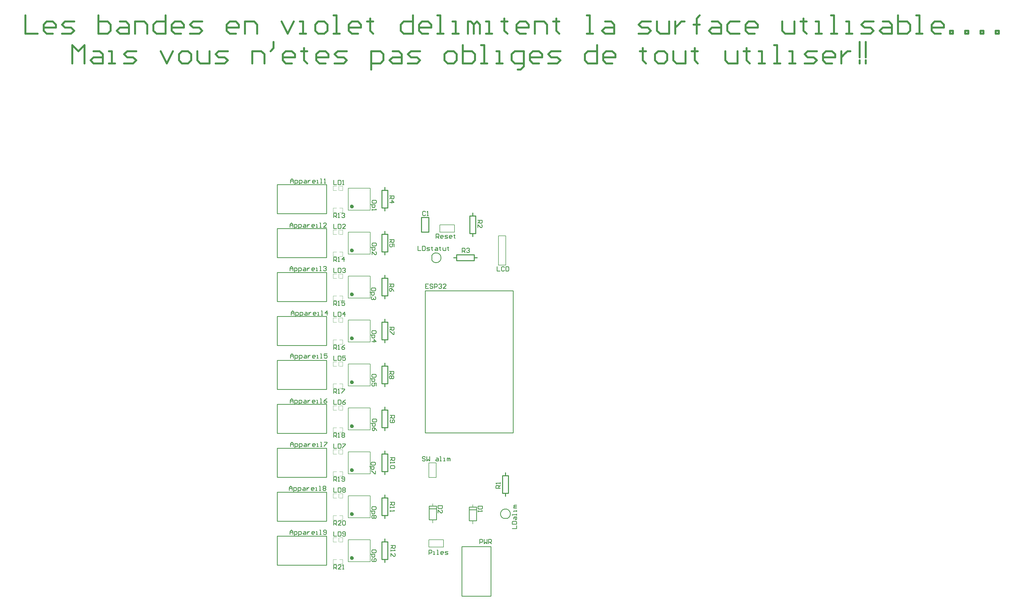
<source format=gto>
G04 Layer_Color=65535*
%FSLAX24Y24*%
%MOIN*%
G70*
G01*
G75*
%ADD26C,0.0354*%
%ADD27C,0.0100*%
%ADD28C,0.0079*%
%ADD29C,0.0120*%
%ADD30C,0.0020*%
%ADD31C,0.0020*%
%ADD32C,0.0098*%
%ADD33C,0.0050*%
%ADD34C,0.0250*%
G54D26*
X-7179Y-25669D02*
G03*
X-7179Y-25669I-79J0D01*
G01*
Y4331D02*
G03*
X-7179Y4331I-79J0D01*
G01*
Y-19669D02*
G03*
X-7179Y-19669I-79J0D01*
G01*
Y10331D02*
G03*
X-7179Y10331I-79J0D01*
G01*
Y-13669D02*
G03*
X-7179Y-13669I-79J0D01*
G01*
Y16331D02*
G03*
X-7179Y16331I-79J0D01*
G01*
Y-7669D02*
G03*
X-7179Y-7669I-79J0D01*
G01*
Y-1669D02*
G03*
X-7179Y-1669I-79J0D01*
G01*
Y22331D02*
G03*
X-7179Y22331I-79J0D01*
G01*
G54D27*
X3667Y14986D02*
G03*
X3642Y15631I575J345D01*
G01*
X14046Y-20217D02*
G03*
X13401Y-20242I-345J575D01*
G01*
X3280Y-18574D02*
X3780D01*
X3280Y-20424D02*
X4280D01*
X3280D02*
Y-18574D01*
X3780D02*
X4280D01*
Y-20424D02*
Y-18574D01*
X3280Y-18924D02*
X4280D01*
X3642Y15010D02*
Y15631D01*
Y15010D02*
Y15631D01*
Y15010D02*
Y15631D01*
Y15010D02*
Y15631D01*
X13401Y-20242D02*
X14021D01*
X13401D02*
X14021D01*
X13401D02*
X14021D01*
X13401D02*
X14021D01*
X8740Y-18719D02*
X9240D01*
X8740Y-20569D02*
X9740D01*
X8740D02*
Y-18719D01*
X9240D02*
X9740D01*
Y-20569D02*
Y-18719D01*
X8740Y-19069D02*
X9740D01*
X11711Y-30866D02*
Y-24119D01*
X7742Y-30866D02*
X11711D01*
X7742D02*
Y-24119D01*
X11711D01*
X-17455Y15362D02*
X-10708D01*
X-17455D02*
Y19331D01*
X-10708D01*
Y15362D02*
Y19331D01*
X-17455Y9362D02*
X-10708D01*
X-17455D02*
Y13331D01*
X-10708D01*
Y9362D02*
Y13331D01*
X-17455Y3362D02*
X-10708D01*
X-17455D02*
Y7331D01*
X-10708D01*
Y3362D02*
Y7331D01*
X-17455Y-2638D02*
X-10708D01*
X-17455D02*
Y1331D01*
X-10708D01*
Y-2638D02*
Y1331D01*
X-17455Y-8638D02*
X-10708D01*
X-17455D02*
Y-4669D01*
X-10708D01*
Y-8638D02*
Y-4669D01*
X-17455Y-14638D02*
X-10708D01*
X-17455D02*
Y-10669D01*
X-10708D01*
Y-14638D02*
Y-10669D01*
X-17455Y-20638D02*
X-10708D01*
X-17455D02*
Y-16669D01*
X-10708D01*
Y-20638D02*
Y-16669D01*
X-17455Y-26638D02*
X-10708D01*
X-17455D02*
Y-22669D01*
X-10708D01*
Y-26638D02*
Y-22669D01*
X-17455Y21362D02*
X-10708D01*
X-17455D02*
Y25331D01*
X-10708D01*
Y21362D02*
Y25331D01*
X2784Y21602D02*
X2684Y21702D01*
X2484D01*
X2384Y21602D01*
Y21202D01*
X2484Y21102D01*
X2684D01*
X2784Y21202D01*
X2984Y21102D02*
X3184D01*
X3084D01*
Y21702D01*
X2984Y21602D01*
X10541Y-18573D02*
X9941D01*
Y-18873D01*
X10041Y-18973D01*
X10441D01*
X10541Y-18873D01*
Y-18573D01*
X9941Y-19173D02*
Y-19373D01*
Y-19273D01*
X10541D01*
X10441Y-19173D01*
X5078Y-18516D02*
X4478D01*
Y-18816D01*
X4578Y-18916D01*
X4978D01*
X5078Y-18816D01*
Y-18516D01*
X4478Y-19515D02*
Y-19116D01*
X4878Y-19515D01*
X4978D01*
X5078Y-19415D01*
Y-19216D01*
X4978Y-19116D01*
X3197Y11776D02*
X2797D01*
Y11176D01*
X3197D01*
X2797Y11476D02*
X2997D01*
X3797Y11676D02*
X3697Y11776D01*
X3497D01*
X3397Y11676D01*
Y11576D01*
X3497Y11476D01*
X3697D01*
X3797Y11376D01*
Y11276D01*
X3697Y11176D01*
X3497D01*
X3397Y11276D01*
X3997Y11176D02*
Y11776D01*
X4297D01*
X4397Y11676D01*
Y11476D01*
X4297Y11376D01*
X3997D01*
X4597Y11676D02*
X4697Y11776D01*
X4896D01*
X4996Y11676D01*
Y11576D01*
X4896Y11476D01*
X4796D01*
X4896D01*
X4996Y11376D01*
Y11276D01*
X4896Y11176D01*
X4697D01*
X4597Y11276D01*
X5596Y11176D02*
X5196D01*
X5596Y11576D01*
Y11676D01*
X5496Y11776D01*
X5296D01*
X5196Y11676D01*
X12561Y14123D02*
Y13524D01*
X12961D01*
X13561Y14023D02*
X13461Y14123D01*
X13261D01*
X13161Y14023D01*
Y13624D01*
X13261Y13524D01*
X13461D01*
X13561Y13624D01*
X13761Y14123D02*
Y13524D01*
X14061D01*
X14161Y13624D01*
Y14023D01*
X14061Y14123D01*
X13761D01*
X-9758Y25931D02*
Y25331D01*
X-9358D01*
X-9158Y25931D02*
Y25331D01*
X-8858D01*
X-8758Y25431D01*
Y25831D01*
X-8858Y25931D01*
X-9158D01*
X-8558Y25331D02*
X-8358D01*
X-8458D01*
Y25931D01*
X-8558Y25831D01*
X-9758Y19931D02*
Y19331D01*
X-9358D01*
X-9158Y19931D02*
Y19331D01*
X-8858D01*
X-8758Y19431D01*
Y19831D01*
X-8858Y19931D01*
X-9158D01*
X-8158Y19331D02*
X-8558D01*
X-8158Y19731D01*
Y19831D01*
X-8258Y19931D01*
X-8458D01*
X-8558Y19831D01*
X-9758Y13931D02*
Y13331D01*
X-9358D01*
X-9158Y13931D02*
Y13331D01*
X-8858D01*
X-8758Y13431D01*
Y13831D01*
X-8858Y13931D01*
X-9158D01*
X-8558Y13831D02*
X-8458Y13931D01*
X-8258D01*
X-8158Y13831D01*
Y13731D01*
X-8258Y13631D01*
X-8358D01*
X-8258D01*
X-8158Y13531D01*
Y13431D01*
X-8258Y13331D01*
X-8458D01*
X-8558Y13431D01*
X-9758Y7931D02*
Y7331D01*
X-9358D01*
X-9158Y7931D02*
Y7331D01*
X-8858D01*
X-8758Y7431D01*
Y7831D01*
X-8858Y7931D01*
X-9158D01*
X-8258Y7331D02*
Y7931D01*
X-8558Y7631D01*
X-8158D01*
X-9758Y1931D02*
Y1331D01*
X-9358D01*
X-9158Y1931D02*
Y1331D01*
X-8858D01*
X-8758Y1431D01*
Y1831D01*
X-8858Y1931D01*
X-9158D01*
X-8158D02*
X-8558D01*
Y1631D01*
X-8358Y1731D01*
X-8258D01*
X-8158Y1631D01*
Y1431D01*
X-8258Y1331D01*
X-8458D01*
X-8558Y1431D01*
X-9758Y-4069D02*
Y-4669D01*
X-9358D01*
X-9158Y-4069D02*
Y-4669D01*
X-8858D01*
X-8758Y-4569D01*
Y-4169D01*
X-8858Y-4069D01*
X-9158D01*
X-8158D02*
X-8358Y-4169D01*
X-8558Y-4369D01*
Y-4569D01*
X-8458Y-4669D01*
X-8258D01*
X-8158Y-4569D01*
Y-4469D01*
X-8258Y-4369D01*
X-8558D01*
X-9758Y-10069D02*
Y-10669D01*
X-9358D01*
X-9158Y-10069D02*
Y-10669D01*
X-8858D01*
X-8758Y-10569D01*
Y-10169D01*
X-8858Y-10069D01*
X-9158D01*
X-8558D02*
X-8158D01*
Y-10169D01*
X-8558Y-10569D01*
Y-10669D01*
X-9758Y-16069D02*
Y-16669D01*
X-9358D01*
X-9158Y-16069D02*
Y-16669D01*
X-8858D01*
X-8758Y-16569D01*
Y-16169D01*
X-8858Y-16069D01*
X-9158D01*
X-8558Y-16169D02*
X-8458Y-16069D01*
X-8258D01*
X-8158Y-16169D01*
Y-16269D01*
X-8258Y-16369D01*
X-8158Y-16469D01*
Y-16569D01*
X-8258Y-16669D01*
X-8458D01*
X-8558Y-16569D01*
Y-16469D01*
X-8458Y-16369D01*
X-8558Y-16269D01*
Y-16169D01*
X-8458Y-16369D02*
X-8258D01*
X-9758Y-22069D02*
Y-22669D01*
X-9358D01*
X-9158Y-22069D02*
Y-22669D01*
X-8858D01*
X-8758Y-22569D01*
Y-22169D01*
X-8858Y-22069D01*
X-9158D01*
X-8558Y-22569D02*
X-8458Y-22669D01*
X-8258D01*
X-8158Y-22569D01*
Y-22169D01*
X-8258Y-22069D01*
X-8458D01*
X-8558Y-22169D01*
Y-22269D01*
X-8458Y-22369D01*
X-8158D01*
X14601Y-21642D02*
X15201D01*
Y-21242D01*
X14601Y-21042D02*
X15201D01*
Y-20742D01*
X15101Y-20642D01*
X14701D01*
X14601Y-20742D01*
Y-21042D01*
X14801Y-20342D02*
Y-20142D01*
X14901Y-20042D01*
X15201D01*
Y-20342D01*
X15101Y-20442D01*
X15001Y-20342D01*
Y-20042D01*
X15201Y-19842D02*
Y-19642D01*
Y-19742D01*
X14601D01*
Y-19842D01*
X15201Y-19342D02*
Y-19143D01*
Y-19243D01*
X14801D01*
Y-19342D01*
X15201Y-18843D02*
X14801D01*
Y-18743D01*
X14901Y-18643D01*
X15201D01*
X14901D01*
X14801Y-18543D01*
X14901Y-18443D01*
X15201D01*
X1742Y16931D02*
Y16331D01*
X2142D01*
X2342Y16931D02*
Y16331D01*
X2642D01*
X2742Y16431D01*
Y16831D01*
X2642Y16931D01*
X2342D01*
X2942Y16331D02*
X3242D01*
X3342Y16431D01*
X3242Y16531D01*
X3042D01*
X2942Y16631D01*
X3042Y16731D01*
X3342D01*
X3642Y16831D02*
Y16731D01*
X3542D01*
X3741D01*
X3642D01*
Y16431D01*
X3741Y16331D01*
X4141Y16731D02*
X4341D01*
X4441Y16631D01*
Y16331D01*
X4141D01*
X4041Y16431D01*
X4141Y16531D01*
X4441D01*
X4741Y16831D02*
Y16731D01*
X4641D01*
X4841D01*
X4741D01*
Y16431D01*
X4841Y16331D01*
X5141Y16731D02*
Y16431D01*
X5241Y16331D01*
X5541D01*
Y16731D01*
X5841Y16831D02*
Y16731D01*
X5741D01*
X5941D01*
X5841D01*
Y16431D01*
X5941Y16331D01*
X-3926Y22909D02*
Y23109D01*
X-4026Y23209D01*
X-4426D01*
X-4526Y23109D01*
Y22909D01*
X-4426Y22809D01*
X-4026D01*
X-3926Y22909D01*
X-4726Y22609D02*
X-4126D01*
Y22309D01*
X-4226Y22209D01*
X-4426D01*
X-4526Y22309D01*
Y22609D01*
Y22009D02*
Y21809D01*
Y21909D01*
X-3926D01*
X-4026Y22009D01*
X-3926Y17072D02*
Y17272D01*
X-4026Y17372D01*
X-4426D01*
X-4526Y17272D01*
Y17072D01*
X-4426Y16972D01*
X-4026D01*
X-3926Y17072D01*
X-4726Y16772D02*
X-4126D01*
Y16472D01*
X-4226Y16372D01*
X-4426D01*
X-4526Y16472D01*
Y16772D01*
Y15773D02*
Y16172D01*
X-4126Y15773D01*
X-4026D01*
X-3926Y15873D01*
Y16072D01*
X-4026Y16172D01*
X-4014Y10930D02*
Y11130D01*
X-4114Y11230D01*
X-4514D01*
X-4614Y11130D01*
Y10930D01*
X-4514Y10830D01*
X-4114D01*
X-4014Y10930D01*
X-4814Y10631D02*
X-4214D01*
Y10331D01*
X-4314Y10231D01*
X-4514D01*
X-4614Y10331D01*
Y10631D01*
X-4114Y10031D02*
X-4014Y9931D01*
Y9731D01*
X-4114Y9631D01*
X-4214D01*
X-4314Y9731D01*
Y9831D01*
Y9731D01*
X-4414Y9631D01*
X-4514D01*
X-4614Y9731D01*
Y9931D01*
X-4514Y10031D01*
X-3965Y5104D02*
Y5304D01*
X-4065Y5404D01*
X-4465D01*
X-4565Y5304D01*
Y5104D01*
X-4465Y5004D01*
X-4065D01*
X-3965Y5104D01*
X-4765Y4804D02*
X-4165D01*
Y4504D01*
X-4265Y4404D01*
X-4465D01*
X-4565Y4504D01*
Y4804D01*
Y3904D02*
X-3965D01*
X-4265Y4204D01*
Y3804D01*
X-3965Y-861D02*
Y-661D01*
X-4065Y-561D01*
X-4465D01*
X-4565Y-661D01*
Y-861D01*
X-4465Y-961D01*
X-4065D01*
X-3965Y-861D01*
X-4765Y-1161D02*
X-4165D01*
Y-1461D01*
X-4265Y-1561D01*
X-4465D01*
X-4565Y-1461D01*
Y-1161D01*
X-3965Y-2161D02*
Y-1761D01*
X-4265D01*
X-4165Y-1961D01*
Y-2061D01*
X-4265Y-2161D01*
X-4465D01*
X-4565Y-2061D01*
Y-1861D01*
X-4465Y-1761D01*
X-3877Y-6963D02*
Y-6763D01*
X-3977Y-6663D01*
X-4376D01*
X-4476Y-6763D01*
Y-6963D01*
X-4376Y-7063D01*
X-3977D01*
X-3877Y-6963D01*
X-4676Y-7263D02*
X-4077D01*
Y-7563D01*
X-4176Y-7663D01*
X-4376D01*
X-4476Y-7563D01*
Y-7263D01*
X-3877Y-8263D02*
X-3977Y-8063D01*
X-4176Y-7863D01*
X-4376D01*
X-4476Y-7963D01*
Y-8163D01*
X-4376Y-8263D01*
X-4276D01*
X-4176Y-8163D01*
Y-7863D01*
X-4054Y-12879D02*
Y-12679D01*
X-4154Y-12579D01*
X-4554D01*
X-4654Y-12679D01*
Y-12879D01*
X-4554Y-12979D01*
X-4154D01*
X-4054Y-12879D01*
X-4853Y-13179D02*
X-4254D01*
Y-13478D01*
X-4354Y-13578D01*
X-4554D01*
X-4654Y-13478D01*
Y-13179D01*
X-4054Y-13778D02*
Y-14178D01*
X-4154D01*
X-4554Y-13778D01*
X-4654D01*
X-3965Y-18932D02*
Y-18732D01*
X-4065Y-18632D01*
X-4465D01*
X-4565Y-18732D01*
Y-18932D01*
X-4465Y-19032D01*
X-4065D01*
X-3965Y-18932D01*
X-4765Y-19232D02*
X-4165D01*
Y-19532D01*
X-4265Y-19632D01*
X-4465D01*
X-4565Y-19532D01*
Y-19232D01*
X-4065Y-19832D02*
X-3965Y-19931D01*
Y-20131D01*
X-4065Y-20231D01*
X-4165D01*
X-4265Y-20131D01*
X-4365Y-20231D01*
X-4465D01*
X-4565Y-20131D01*
Y-19931D01*
X-4465Y-19832D01*
X-4365D01*
X-4265Y-19931D01*
X-4165Y-19832D01*
X-4065D01*
X-4265Y-19931D02*
Y-20131D01*
X-3965Y-24847D02*
Y-24647D01*
X-4065Y-24547D01*
X-4465D01*
X-4565Y-24647D01*
Y-24847D01*
X-4465Y-24947D01*
X-4065D01*
X-3965Y-24847D01*
X-4765Y-25147D02*
X-4165D01*
Y-25447D01*
X-4265Y-25547D01*
X-4465D01*
X-4565Y-25447D01*
Y-25147D01*
X-4465Y-25747D02*
X-4565Y-25847D01*
Y-26047D01*
X-4465Y-26147D01*
X-4065D01*
X-3965Y-26047D01*
Y-25847D01*
X-4065Y-25747D01*
X-4165D01*
X-4265Y-25847D01*
Y-26147D01*
X3242Y-25169D02*
Y-24569D01*
X3542D01*
X3642Y-24669D01*
Y-24869D01*
X3542Y-24969D01*
X3242D01*
X3842Y-25169D02*
X4042D01*
X3942D01*
Y-24769D01*
X3842D01*
X4342Y-25169D02*
X4542D01*
X4442D01*
Y-24569D01*
X4342D01*
X5142Y-25169D02*
X4942D01*
X4842Y-25069D01*
Y-24869D01*
X4942Y-24769D01*
X5142D01*
X5241Y-24869D01*
Y-24969D01*
X4842D01*
X5441Y-25169D02*
X5741D01*
X5841Y-25069D01*
X5741Y-24969D01*
X5541D01*
X5441Y-24869D01*
X5541Y-24769D01*
X5841D01*
X12965Y-16122D02*
X12365D01*
Y-15822D01*
X12465Y-15722D01*
X12665D01*
X12765Y-15822D01*
Y-16122D01*
Y-15922D02*
X12965Y-15722D01*
Y-15522D02*
Y-15322D01*
Y-15422D01*
X12365D01*
X12465Y-15522D01*
X9913Y20472D02*
X10513D01*
Y20173D01*
X10413Y20073D01*
X10213D01*
X10113Y20173D01*
Y20472D01*
Y20273D02*
X9913Y20073D01*
Y19473D02*
Y19873D01*
X10313Y19473D01*
X10413D01*
X10513Y19573D01*
Y19773D01*
X10413Y19873D01*
X7768Y16073D02*
Y16673D01*
X8068D01*
X8168Y16573D01*
Y16373D01*
X8068Y16273D01*
X7768D01*
X7968D02*
X8168Y16073D01*
X8368Y16573D02*
X8467Y16673D01*
X8667D01*
X8767Y16573D01*
Y16473D01*
X8667Y16373D01*
X8567D01*
X8667D01*
X8767Y16273D01*
Y16173D01*
X8667Y16073D01*
X8467D01*
X8368Y16173D01*
X-2104Y23789D02*
X-1505D01*
Y23489D01*
X-1604Y23389D01*
X-1804D01*
X-1904Y23489D01*
Y23789D01*
Y23589D02*
X-2104Y23389D01*
Y22890D02*
X-1505D01*
X-1804Y23190D01*
Y22790D01*
X-2104Y17825D02*
X-1505D01*
Y17525D01*
X-1604Y17425D01*
X-1804D01*
X-1904Y17525D01*
Y17825D01*
Y17625D02*
X-2104Y17425D01*
X-1505Y16825D02*
Y17225D01*
X-1804D01*
X-1704Y17025D01*
Y16925D01*
X-1804Y16825D01*
X-2004D01*
X-2104Y16925D01*
Y17125D01*
X-2004Y17225D01*
X-2144Y11772D02*
X-1544D01*
Y11472D01*
X-1644Y11372D01*
X-1844D01*
X-1944Y11472D01*
Y11772D01*
Y11572D02*
X-2144Y11372D01*
X-1544Y10772D02*
X-1644Y10972D01*
X-1844Y11172D01*
X-2044D01*
X-2144Y11072D01*
Y10872D01*
X-2044Y10772D01*
X-1944D01*
X-1844Y10872D01*
Y11172D01*
X-2104Y5856D02*
X-1505D01*
Y5556D01*
X-1604Y5456D01*
X-1804D01*
X-1904Y5556D01*
Y5856D01*
Y5656D02*
X-2104Y5456D01*
X-1505Y5256D02*
Y4857D01*
X-1604D01*
X-2004Y5256D01*
X-2104D01*
X-2144Y-157D02*
X-1544D01*
Y-457D01*
X-1644Y-557D01*
X-1844D01*
X-1944Y-457D01*
Y-157D01*
Y-357D02*
X-2144Y-557D01*
X-1644Y-757D02*
X-1544Y-857D01*
Y-1057D01*
X-1644Y-1157D01*
X-1744D01*
X-1844Y-1057D01*
X-1944Y-1157D01*
X-2044D01*
X-2144Y-1057D01*
Y-857D01*
X-2044Y-757D01*
X-1944D01*
X-1844Y-857D01*
X-1744Y-757D01*
X-1644D01*
X-1844Y-857D02*
Y-1057D01*
X-2055Y-6161D02*
X-1455D01*
Y-6461D01*
X-1555Y-6561D01*
X-1755D01*
X-1855Y-6461D01*
Y-6161D01*
Y-6361D02*
X-2055Y-6561D01*
X-1955Y-6761D02*
X-2055Y-6861D01*
Y-7061D01*
X-1955Y-7161D01*
X-1555D01*
X-1455Y-7061D01*
Y-6861D01*
X-1555Y-6761D01*
X-1655D01*
X-1755Y-6861D01*
Y-7161D01*
X-2016Y-11949D02*
X-1416D01*
Y-12249D01*
X-1516Y-12349D01*
X-1716D01*
X-1816Y-12249D01*
Y-11949D01*
Y-12149D02*
X-2016Y-12349D01*
Y-12549D02*
Y-12749D01*
Y-12649D01*
X-1416D01*
X-1516Y-12549D01*
Y-13048D02*
X-1416Y-13148D01*
Y-13348D01*
X-1516Y-13448D01*
X-1916D01*
X-2016Y-13348D01*
Y-13148D01*
X-1916Y-13048D01*
X-1516D01*
X-2055Y-18051D02*
X-1455D01*
Y-18351D01*
X-1555Y-18451D01*
X-1755D01*
X-1855Y-18351D01*
Y-18051D01*
Y-18251D02*
X-2055Y-18451D01*
Y-18651D02*
Y-18851D01*
Y-18751D01*
X-1455D01*
X-1555Y-18651D01*
X-2055Y-19151D02*
Y-19351D01*
Y-19251D01*
X-1455D01*
X-1555Y-19151D01*
X-1967Y-23927D02*
X-1367D01*
Y-24227D01*
X-1467Y-24327D01*
X-1667D01*
X-1767Y-24227D01*
Y-23927D01*
Y-24127D02*
X-1967Y-24327D01*
Y-24527D02*
Y-24727D01*
Y-24627D01*
X-1367D01*
X-1467Y-24527D01*
X-1967Y-25427D02*
Y-25027D01*
X-1567Y-25427D01*
X-1467D01*
X-1367Y-25327D01*
Y-25127D01*
X-1467Y-25027D01*
X-9758Y20831D02*
Y21431D01*
X-9458D01*
X-9358Y21331D01*
Y21131D01*
X-9458Y21031D01*
X-9758D01*
X-9558D02*
X-9358Y20831D01*
X-9158D02*
X-8958D01*
X-9058D01*
Y21431D01*
X-9158Y21331D01*
X-8658D02*
X-8558Y21431D01*
X-8358D01*
X-8258Y21331D01*
Y21231D01*
X-8358Y21131D01*
X-8458D01*
X-8358D01*
X-8258Y21031D01*
Y20931D01*
X-8358Y20831D01*
X-8558D01*
X-8658Y20931D01*
X-9758Y14831D02*
Y15431D01*
X-9458D01*
X-9358Y15331D01*
Y15131D01*
X-9458Y15031D01*
X-9758D01*
X-9558D02*
X-9358Y14831D01*
X-9158D02*
X-8958D01*
X-9058D01*
Y15431D01*
X-9158Y15331D01*
X-8358Y14831D02*
Y15431D01*
X-8658Y15131D01*
X-8258D01*
X-9758Y8831D02*
Y9431D01*
X-9458D01*
X-9358Y9331D01*
Y9131D01*
X-9458Y9031D01*
X-9758D01*
X-9558D02*
X-9358Y8831D01*
X-9158D02*
X-8958D01*
X-9058D01*
Y9431D01*
X-9158Y9331D01*
X-8258Y9431D02*
X-8658D01*
Y9131D01*
X-8458Y9231D01*
X-8358D01*
X-8258Y9131D01*
Y8931D01*
X-8358Y8831D01*
X-8558D01*
X-8658Y8931D01*
X-9758Y2831D02*
Y3431D01*
X-9458D01*
X-9358Y3331D01*
Y3131D01*
X-9458Y3031D01*
X-9758D01*
X-9558D02*
X-9358Y2831D01*
X-9158D02*
X-8958D01*
X-9058D01*
Y3431D01*
X-9158Y3331D01*
X-8258Y3431D02*
X-8458Y3331D01*
X-8658Y3131D01*
Y2931D01*
X-8558Y2831D01*
X-8358D01*
X-8258Y2931D01*
Y3031D01*
X-8358Y3131D01*
X-8658D01*
X-9758Y-3169D02*
Y-2569D01*
X-9458D01*
X-9358Y-2669D01*
Y-2869D01*
X-9458Y-2969D01*
X-9758D01*
X-9558D02*
X-9358Y-3169D01*
X-9158D02*
X-8958D01*
X-9058D01*
Y-2569D01*
X-9158Y-2669D01*
X-8658Y-2569D02*
X-8258D01*
Y-2669D01*
X-8658Y-3069D01*
Y-3169D01*
X-9758Y-9169D02*
Y-8569D01*
X-9458D01*
X-9358Y-8669D01*
Y-8869D01*
X-9458Y-8969D01*
X-9758D01*
X-9558D02*
X-9358Y-9169D01*
X-9158D02*
X-8958D01*
X-9058D01*
Y-8569D01*
X-9158Y-8669D01*
X-8658D02*
X-8558Y-8569D01*
X-8358D01*
X-8258Y-8669D01*
Y-8769D01*
X-8358Y-8869D01*
X-8258Y-8969D01*
Y-9069D01*
X-8358Y-9169D01*
X-8558D01*
X-8658Y-9069D01*
Y-8969D01*
X-8558Y-8869D01*
X-8658Y-8769D01*
Y-8669D01*
X-8558Y-8869D02*
X-8358D01*
X-9758Y-15169D02*
Y-14569D01*
X-9458D01*
X-9358Y-14669D01*
Y-14869D01*
X-9458Y-14969D01*
X-9758D01*
X-9558D02*
X-9358Y-15169D01*
X-9158D02*
X-8958D01*
X-9058D01*
Y-14569D01*
X-9158Y-14669D01*
X-8658Y-15069D02*
X-8558Y-15169D01*
X-8358D01*
X-8258Y-15069D01*
Y-14669D01*
X-8358Y-14569D01*
X-8558D01*
X-8658Y-14669D01*
Y-14769D01*
X-8558Y-14869D01*
X-8258D01*
X-9758Y-21169D02*
Y-20569D01*
X-9458D01*
X-9358Y-20669D01*
Y-20869D01*
X-9458Y-20969D01*
X-9758D01*
X-9558D02*
X-9358Y-21169D01*
X-8758D02*
X-9158D01*
X-8758Y-20769D01*
Y-20669D01*
X-8858Y-20569D01*
X-9058D01*
X-9158Y-20669D01*
X-8558D02*
X-8458Y-20569D01*
X-8258D01*
X-8158Y-20669D01*
Y-21069D01*
X-8258Y-21169D01*
X-8458D01*
X-8558Y-21069D01*
Y-20669D01*
X-9758Y-27169D02*
Y-26569D01*
X-9458D01*
X-9358Y-26669D01*
Y-26869D01*
X-9458Y-26969D01*
X-9758D01*
X-9558D02*
X-9358Y-27169D01*
X-8758D02*
X-9158D01*
X-8758Y-26769D01*
Y-26669D01*
X-8858Y-26569D01*
X-9058D01*
X-9158Y-26669D01*
X-8558Y-27169D02*
X-8358D01*
X-8458D01*
Y-26569D01*
X-8558Y-26669D01*
X4224Y18002D02*
Y18602D01*
X4524D01*
X4624Y18502D01*
Y18302D01*
X4524Y18202D01*
X4224D01*
X4424D02*
X4624Y18002D01*
X5124D02*
X4924D01*
X4824Y18102D01*
Y18302D01*
X4924Y18402D01*
X5124D01*
X5224Y18302D01*
Y18202D01*
X4824D01*
X5424Y18002D02*
X5724D01*
X5824Y18102D01*
X5724Y18202D01*
X5524D01*
X5424Y18302D01*
X5524Y18402D01*
X5824D01*
X6324Y18002D02*
X6124D01*
X6024Y18102D01*
Y18302D01*
X6124Y18402D01*
X6324D01*
X6424Y18302D01*
Y18202D01*
X6024D01*
X6724Y18502D02*
Y18402D01*
X6624D01*
X6824D01*
X6724D01*
Y18102D01*
X6824Y18002D01*
X2735Y-11902D02*
X2635Y-11802D01*
X2435D01*
X2335Y-11902D01*
Y-12002D01*
X2435Y-12102D01*
X2635D01*
X2735Y-12202D01*
Y-12302D01*
X2635Y-12402D01*
X2435D01*
X2335Y-12302D01*
X2934Y-11802D02*
Y-12402D01*
X3134Y-12202D01*
X3334Y-12402D01*
Y-11802D01*
X4234Y-12002D02*
X4434D01*
X4534Y-12102D01*
Y-12402D01*
X4234D01*
X4134Y-12302D01*
X4234Y-12202D01*
X4534D01*
X4734Y-12402D02*
X4934D01*
X4834D01*
Y-11802D01*
X4734D01*
X5234Y-12402D02*
X5434D01*
X5334D01*
Y-12002D01*
X5234D01*
X5734Y-12402D02*
Y-12002D01*
X5834D01*
X5933Y-12102D01*
Y-12402D01*
Y-12102D01*
X6033Y-12002D01*
X6133Y-12102D01*
Y-12402D01*
X10179Y-23701D02*
Y-23101D01*
X10479D01*
X10579Y-23201D01*
Y-23401D01*
X10479Y-23501D01*
X10179D01*
X10779Y-23101D02*
Y-23701D01*
X10979Y-23501D01*
X11179Y-23701D01*
Y-23101D01*
X11379Y-23701D02*
Y-23101D01*
X11679D01*
X11779Y-23201D01*
Y-23401D01*
X11679Y-23501D01*
X11379D01*
X11579D02*
X11779Y-23701D01*
X-15736Y19488D02*
Y19888D01*
X-15536Y20088D01*
X-15336Y19888D01*
Y19488D01*
Y19788D01*
X-15736D01*
X-15136Y19288D02*
Y19888D01*
X-14837D01*
X-14737Y19788D01*
Y19588D01*
X-14837Y19488D01*
X-15136D01*
X-14537Y19288D02*
Y19888D01*
X-14237D01*
X-14137Y19788D01*
Y19588D01*
X-14237Y19488D01*
X-14537D01*
X-13837Y19888D02*
X-13637D01*
X-13537Y19788D01*
Y19488D01*
X-13837D01*
X-13937Y19588D01*
X-13837Y19688D01*
X-13537D01*
X-13337Y19888D02*
Y19488D01*
Y19688D01*
X-13237Y19788D01*
X-13137Y19888D01*
X-13037D01*
X-12437Y19488D02*
X-12637D01*
X-12737Y19588D01*
Y19788D01*
X-12637Y19888D01*
X-12437D01*
X-12337Y19788D01*
Y19688D01*
X-12737D01*
X-12137Y19488D02*
X-11937D01*
X-12037D01*
Y19888D01*
X-12137D01*
X-11638Y19488D02*
X-11438D01*
X-11538D01*
Y20088D01*
X-11638D01*
X-10738Y19488D02*
X-11138D01*
X-10738Y19888D01*
Y19988D01*
X-10838Y20088D01*
X-11038D01*
X-11138Y19988D01*
X-15736Y13563D02*
Y13963D01*
X-15536Y14163D01*
X-15336Y13963D01*
Y13563D01*
Y13863D01*
X-15736D01*
X-15136Y13363D02*
Y13963D01*
X-14837D01*
X-14737Y13863D01*
Y13663D01*
X-14837Y13563D01*
X-15136D01*
X-14537Y13363D02*
Y13963D01*
X-14237D01*
X-14137Y13863D01*
Y13663D01*
X-14237Y13563D01*
X-14537D01*
X-13837Y13963D02*
X-13637D01*
X-13537Y13863D01*
Y13563D01*
X-13837D01*
X-13937Y13663D01*
X-13837Y13763D01*
X-13537D01*
X-13337Y13963D02*
Y13563D01*
Y13763D01*
X-13237Y13863D01*
X-13137Y13963D01*
X-13037D01*
X-12437Y13563D02*
X-12637D01*
X-12737Y13663D01*
Y13863D01*
X-12637Y13963D01*
X-12437D01*
X-12337Y13863D01*
Y13763D01*
X-12737D01*
X-12137Y13563D02*
X-11937D01*
X-12037D01*
Y13963D01*
X-12137D01*
X-11638Y13563D02*
X-11438D01*
X-11538D01*
Y14163D01*
X-11638D01*
X-11138Y14063D02*
X-11038Y14163D01*
X-10838D01*
X-10738Y14063D01*
Y13963D01*
X-10838Y13863D01*
X-10938D01*
X-10838D01*
X-10738Y13763D01*
Y13663D01*
X-10838Y13563D01*
X-11038D01*
X-11138Y13663D01*
X-15559Y7510D02*
Y7910D01*
X-15359Y8110D01*
X-15159Y7910D01*
Y7510D01*
Y7810D01*
X-15559D01*
X-14959Y7310D02*
Y7910D01*
X-14659D01*
X-14559Y7810D01*
Y7610D01*
X-14659Y7510D01*
X-14959D01*
X-14359Y7310D02*
Y7910D01*
X-14060D01*
X-13960Y7810D01*
Y7610D01*
X-14060Y7510D01*
X-14359D01*
X-13660Y7910D02*
X-13460D01*
X-13360Y7810D01*
Y7510D01*
X-13660D01*
X-13760Y7610D01*
X-13660Y7710D01*
X-13360D01*
X-13160Y7910D02*
Y7510D01*
Y7710D01*
X-13060Y7810D01*
X-12960Y7910D01*
X-12860D01*
X-12260Y7510D02*
X-12460D01*
X-12560Y7610D01*
Y7810D01*
X-12460Y7910D01*
X-12260D01*
X-12160Y7810D01*
Y7710D01*
X-12560D01*
X-11960Y7510D02*
X-11760D01*
X-11860D01*
Y7910D01*
X-11960D01*
X-11460Y7510D02*
X-11260D01*
X-11360D01*
Y8110D01*
X-11460D01*
X-10661Y7510D02*
Y8110D01*
X-10961Y7810D01*
X-10561D01*
X-15648Y1634D02*
Y2034D01*
X-15448Y2234D01*
X-15248Y2034D01*
Y1634D01*
Y1934D01*
X-15648D01*
X-15048Y1434D02*
Y2034D01*
X-14748D01*
X-14648Y1934D01*
Y1734D01*
X-14748Y1634D01*
X-15048D01*
X-14448Y1434D02*
Y2034D01*
X-14148D01*
X-14048Y1934D01*
Y1734D01*
X-14148Y1634D01*
X-14448D01*
X-13748Y2034D02*
X-13548D01*
X-13448Y1934D01*
Y1634D01*
X-13748D01*
X-13848Y1734D01*
X-13748Y1834D01*
X-13448D01*
X-13248Y2034D02*
Y1634D01*
Y1834D01*
X-13148Y1934D01*
X-13048Y2034D01*
X-12949D01*
X-12349Y1634D02*
X-12549D01*
X-12649Y1734D01*
Y1934D01*
X-12549Y2034D01*
X-12349D01*
X-12249Y1934D01*
Y1834D01*
X-12649D01*
X-12049Y1634D02*
X-11849D01*
X-11949D01*
Y2034D01*
X-12049D01*
X-11549Y1634D02*
X-11349D01*
X-11449D01*
Y2234D01*
X-11549D01*
X-10649D02*
X-11049D01*
Y1934D01*
X-10849Y2034D01*
X-10749D01*
X-10649Y1934D01*
Y1734D01*
X-10749Y1634D01*
X-10949D01*
X-11049Y1734D01*
X-15687Y-4508D02*
Y-4108D01*
X-15487Y-3908D01*
X-15287Y-4108D01*
Y-4508D01*
Y-4208D01*
X-15687D01*
X-15087Y-4708D02*
Y-4108D01*
X-14787D01*
X-14687Y-4208D01*
Y-4408D01*
X-14787Y-4508D01*
X-15087D01*
X-14487Y-4708D02*
Y-4108D01*
X-14187D01*
X-14088Y-4208D01*
Y-4408D01*
X-14187Y-4508D01*
X-14487D01*
X-13788Y-4108D02*
X-13588D01*
X-13488Y-4208D01*
Y-4508D01*
X-13788D01*
X-13888Y-4408D01*
X-13788Y-4308D01*
X-13488D01*
X-13288Y-4108D02*
Y-4508D01*
Y-4308D01*
X-13188Y-4208D01*
X-13088Y-4108D01*
X-12988D01*
X-12388Y-4508D02*
X-12588D01*
X-12688Y-4408D01*
Y-4208D01*
X-12588Y-4108D01*
X-12388D01*
X-12288Y-4208D01*
Y-4308D01*
X-12688D01*
X-12088Y-4508D02*
X-11888D01*
X-11988D01*
Y-4108D01*
X-12088D01*
X-11588Y-4508D02*
X-11388D01*
X-11488D01*
Y-3908D01*
X-11588D01*
X-10689D02*
X-10889Y-4008D01*
X-11089Y-4208D01*
Y-4408D01*
X-10989Y-4508D01*
X-10789D01*
X-10689Y-4408D01*
Y-4308D01*
X-10789Y-4208D01*
X-11089D01*
X-15648Y-10423D02*
Y-10023D01*
X-15448Y-9823D01*
X-15248Y-10023D01*
Y-10423D01*
Y-10123D01*
X-15648D01*
X-15048Y-10623D02*
Y-10023D01*
X-14748D01*
X-14648Y-10123D01*
Y-10323D01*
X-14748Y-10423D01*
X-15048D01*
X-14448Y-10623D02*
Y-10023D01*
X-14148D01*
X-14048Y-10123D01*
Y-10323D01*
X-14148Y-10423D01*
X-14448D01*
X-13748Y-10023D02*
X-13548D01*
X-13448Y-10123D01*
Y-10423D01*
X-13748D01*
X-13848Y-10323D01*
X-13748Y-10223D01*
X-13448D01*
X-13248Y-10023D02*
Y-10423D01*
Y-10223D01*
X-13148Y-10123D01*
X-13048Y-10023D01*
X-12949D01*
X-12349Y-10423D02*
X-12549D01*
X-12649Y-10323D01*
Y-10123D01*
X-12549Y-10023D01*
X-12349D01*
X-12249Y-10123D01*
Y-10223D01*
X-12649D01*
X-12049Y-10423D02*
X-11849D01*
X-11949D01*
Y-10023D01*
X-12049D01*
X-11549Y-10423D02*
X-11349D01*
X-11449D01*
Y-9823D01*
X-11549D01*
X-11049D02*
X-10649D01*
Y-9923D01*
X-11049Y-10323D01*
Y-10423D01*
X-15825Y-16437D02*
Y-16037D01*
X-15625Y-15837D01*
X-15425Y-16037D01*
Y-16437D01*
Y-16137D01*
X-15825D01*
X-15225Y-16637D02*
Y-16037D01*
X-14925D01*
X-14825Y-16137D01*
Y-16337D01*
X-14925Y-16437D01*
X-15225D01*
X-14625Y-16637D02*
Y-16037D01*
X-14325D01*
X-14225Y-16137D01*
Y-16337D01*
X-14325Y-16437D01*
X-14625D01*
X-13925Y-16037D02*
X-13725D01*
X-13626Y-16137D01*
Y-16437D01*
X-13925D01*
X-14025Y-16337D01*
X-13925Y-16237D01*
X-13626D01*
X-13426Y-16037D02*
Y-16437D01*
Y-16237D01*
X-13326Y-16137D01*
X-13226Y-16037D01*
X-13126D01*
X-12526Y-16437D02*
X-12726D01*
X-12826Y-16337D01*
Y-16137D01*
X-12726Y-16037D01*
X-12526D01*
X-12426Y-16137D01*
Y-16237D01*
X-12826D01*
X-12226Y-16437D02*
X-12026D01*
X-12126D01*
Y-16037D01*
X-12226D01*
X-11726Y-16437D02*
X-11526D01*
X-11626D01*
Y-15837D01*
X-11726D01*
X-11226Y-15937D02*
X-11126Y-15837D01*
X-10926D01*
X-10826Y-15937D01*
Y-16037D01*
X-10926Y-16137D01*
X-10826Y-16237D01*
Y-16337D01*
X-10926Y-16437D01*
X-11126D01*
X-11226Y-16337D01*
Y-16237D01*
X-11126Y-16137D01*
X-11226Y-16037D01*
Y-15937D01*
X-11126Y-16137D02*
X-10926D01*
X-15736Y-22441D02*
Y-22041D01*
X-15536Y-21841D01*
X-15336Y-22041D01*
Y-22441D01*
Y-22141D01*
X-15736D01*
X-15136Y-22641D02*
Y-22041D01*
X-14837D01*
X-14737Y-22141D01*
Y-22341D01*
X-14837Y-22441D01*
X-15136D01*
X-14537Y-22641D02*
Y-22041D01*
X-14237D01*
X-14137Y-22141D01*
Y-22341D01*
X-14237Y-22441D01*
X-14537D01*
X-13837Y-22041D02*
X-13637D01*
X-13537Y-22141D01*
Y-22441D01*
X-13837D01*
X-13937Y-22341D01*
X-13837Y-22241D01*
X-13537D01*
X-13337Y-22041D02*
Y-22441D01*
Y-22241D01*
X-13237Y-22141D01*
X-13137Y-22041D01*
X-13037D01*
X-12437Y-22441D02*
X-12637D01*
X-12737Y-22341D01*
Y-22141D01*
X-12637Y-22041D01*
X-12437D01*
X-12337Y-22141D01*
Y-22241D01*
X-12737D01*
X-12137Y-22441D02*
X-11937D01*
X-12037D01*
Y-22041D01*
X-12137D01*
X-11638Y-22441D02*
X-11438D01*
X-11538D01*
Y-21841D01*
X-11638D01*
X-11138Y-22341D02*
X-11038Y-22441D01*
X-10838D01*
X-10738Y-22341D01*
Y-21941D01*
X-10838Y-21841D01*
X-11038D01*
X-11138Y-21941D01*
Y-22041D01*
X-11038Y-22141D01*
X-10738D01*
X-15648Y25541D02*
Y25941D01*
X-15448Y26141D01*
X-15248Y25941D01*
Y25541D01*
Y25841D01*
X-15648D01*
X-15048Y25341D02*
Y25941D01*
X-14748D01*
X-14648Y25841D01*
Y25641D01*
X-14748Y25541D01*
X-15048D01*
X-14448Y25341D02*
Y25941D01*
X-14148D01*
X-14048Y25841D01*
Y25641D01*
X-14148Y25541D01*
X-14448D01*
X-13748Y25941D02*
X-13548D01*
X-13448Y25841D01*
Y25541D01*
X-13748D01*
X-13848Y25641D01*
X-13748Y25741D01*
X-13448D01*
X-13248Y25941D02*
Y25541D01*
Y25741D01*
X-13148Y25841D01*
X-13048Y25941D01*
X-12949D01*
X-12349Y25541D02*
X-12549D01*
X-12649Y25641D01*
Y25841D01*
X-12549Y25941D01*
X-12349D01*
X-12249Y25841D01*
Y25741D01*
X-12649D01*
X-12049Y25541D02*
X-11849D01*
X-11949D01*
Y25941D01*
X-12049D01*
X-11549Y25541D02*
X-11349D01*
X-11449D01*
Y26141D01*
X-11549D01*
X-11049Y25541D02*
X-10849D01*
X-10949D01*
Y26141D01*
X-11049Y26041D01*
G54D28*
X6742Y18831D02*
Y19831D01*
X4742Y18831D02*
X6742D01*
X4742D02*
Y19831D01*
X6742D01*
X-7758Y-26169D02*
X-4758D01*
Y-23169D01*
X-7758D02*
X-4758D01*
X-7758Y-26169D02*
Y-23169D01*
Y3831D02*
X-4758D01*
Y6831D01*
X-7758D02*
X-4758D01*
X-7758Y3831D02*
Y6831D01*
Y-20169D02*
X-4758D01*
Y-17169D01*
X-7758D02*
X-4758D01*
X-7758Y-20169D02*
Y-17169D01*
Y9831D02*
X-4758D01*
Y12831D01*
X-7758D02*
X-4758D01*
X-7758Y9831D02*
Y12831D01*
Y-14169D02*
X-4758D01*
Y-11169D01*
X-7758D02*
X-4758D01*
X-7758Y-14169D02*
Y-11169D01*
Y15831D02*
X-4758D01*
Y18831D01*
X-7758D02*
X-4758D01*
X-7758Y15831D02*
Y18831D01*
Y-8169D02*
X-4758D01*
Y-5169D01*
X-7758D02*
X-4758D01*
X-7758Y-8169D02*
Y-5169D01*
Y-2169D02*
X-4758D01*
Y831D01*
X-7758D02*
X-4758D01*
X-7758Y-2169D02*
Y831D01*
Y21831D02*
X-4758D01*
Y24831D01*
X-7758D02*
X-4758D01*
X-7758Y21831D02*
Y24831D01*
X3242Y-24169D02*
X5242D01*
Y-23169D01*
X3242D02*
X5242D01*
X3242Y-24169D02*
Y-23169D01*
X12742Y18331D02*
X13742D01*
Y14331D02*
Y18331D01*
X12742Y14331D02*
Y18331D01*
Y14331D02*
X13742D01*
X3242Y-14669D02*
Y-12669D01*
Y-14669D02*
X4242D01*
Y-12669D01*
X3242D02*
X4242D01*
G54D29*
X2242Y18831D02*
X3242D01*
X2242D02*
Y20831D01*
X3242D01*
Y18831D02*
Y20831D01*
X9242Y18231D02*
Y18631D01*
Y21031D02*
Y21431D01*
X8842Y18631D02*
Y21031D01*
Y18631D02*
X9642D01*
Y21031D01*
X8842D02*
X9642D01*
X-2758Y-23469D02*
Y-23069D01*
Y-26269D02*
Y-25869D01*
X-2358D02*
Y-23469D01*
X-3158D02*
X-2358D01*
X-3158Y-25869D02*
Y-23469D01*
Y-25869D02*
X-2358D01*
X-2758Y6531D02*
Y6931D01*
Y3731D02*
Y4131D01*
X-2358D02*
Y6531D01*
X-3158D02*
X-2358D01*
X-3158Y4131D02*
Y6531D01*
Y4131D02*
X-2358D01*
X-2758Y-17469D02*
Y-17069D01*
Y-20269D02*
Y-19869D01*
X-2358D02*
Y-17469D01*
X-3158D02*
X-2358D01*
X-3158Y-19869D02*
Y-17469D01*
Y-19869D02*
X-2358D01*
X-2758Y12531D02*
Y12931D01*
Y9731D02*
Y10131D01*
X-2358D02*
Y12531D01*
X-3158D02*
X-2358D01*
X-3158Y10131D02*
Y12531D01*
Y10131D02*
X-2358D01*
X-2758Y-11469D02*
Y-11069D01*
Y-14269D02*
Y-13869D01*
X-2358D02*
Y-11469D01*
X-3158D02*
X-2358D01*
X-3158Y-13869D02*
Y-11469D01*
Y-13869D02*
X-2358D01*
X-2758Y18531D02*
Y18931D01*
Y15731D02*
Y16131D01*
X-2358D02*
Y18531D01*
X-3158D02*
X-2358D01*
X-3158Y16131D02*
Y18531D01*
Y16131D02*
X-2358D01*
X-2758Y-5469D02*
Y-5069D01*
Y-8269D02*
Y-7869D01*
X-2358D02*
Y-5469D01*
X-3158D02*
X-2358D01*
X-3158Y-7869D02*
Y-5469D01*
Y-7869D02*
X-2358D01*
X-2758Y531D02*
Y931D01*
Y-2269D02*
Y-1869D01*
X-2358D02*
Y531D01*
X-3158D02*
X-2358D01*
X-3158Y-1869D02*
Y531D01*
Y-1869D02*
X-2358D01*
X-2758Y24531D02*
Y24931D01*
Y21731D02*
Y22131D01*
X-2358D02*
Y24531D01*
X-3158D02*
X-2358D01*
X-3158Y22131D02*
Y24531D01*
Y22131D02*
X-2358D01*
X9442Y15331D02*
X9842D01*
X6642D02*
X7042D01*
Y14931D02*
X9442D01*
Y15731D01*
X7042D02*
X9442D01*
X7042Y14931D02*
Y15731D01*
X13701Y-14442D02*
Y-14042D01*
Y-17242D02*
Y-16842D01*
X14101D02*
Y-14442D01*
X13301D02*
X14101D01*
X13301Y-16842D02*
Y-14442D01*
Y-16842D02*
X14101D01*
G54D30*
X-8958Y-23469D02*
X-8508D01*
Y-22869D01*
X-9808D02*
X-9358D01*
X-9808Y-23469D02*
Y-22869D01*
Y-23469D02*
X-9358D01*
X-8958Y-22869D02*
X-8508D01*
X-8958Y6531D02*
X-8508D01*
Y7131D01*
X-9808D02*
X-9358D01*
X-9808Y6531D02*
Y7131D01*
Y6531D02*
X-9358D01*
X-8958Y7131D02*
X-8508D01*
X-8958Y-25869D02*
X-8508D01*
X-9808Y-26469D02*
X-9358D01*
X-9808D02*
Y-25869D01*
X-9358D01*
X-8508Y-26469D02*
Y-25869D01*
X-8958Y-26469D02*
X-8508D01*
X-8958Y-17469D02*
X-8508D01*
Y-16869D01*
X-9808D02*
X-9358D01*
X-9808Y-17469D02*
Y-16869D01*
Y-17469D02*
X-9358D01*
X-8958Y-16869D02*
X-8508D01*
X-8958Y4131D02*
X-8508D01*
X-9808Y3531D02*
X-9358D01*
X-9808D02*
Y4131D01*
X-9358D01*
X-8508Y3531D02*
Y4131D01*
X-8958Y3531D02*
X-8508D01*
X-8958Y12531D02*
X-8508D01*
Y13131D01*
X-9808D02*
X-9358D01*
X-9808Y12531D02*
Y13131D01*
Y12531D02*
X-9358D01*
X-8958Y13131D02*
X-8508D01*
X-8958Y-19869D02*
X-8508D01*
X-9808Y-20469D02*
X-9358D01*
X-9808D02*
Y-19869D01*
X-9358D01*
X-8508Y-20469D02*
Y-19869D01*
X-8958Y-20469D02*
X-8508D01*
X-8958Y-11469D02*
X-8508D01*
Y-10869D01*
X-9808D02*
X-9358D01*
X-9808Y-11469D02*
Y-10869D01*
Y-11469D02*
X-9358D01*
X-8958Y-10869D02*
X-8508D01*
X-8958Y10131D02*
X-8508D01*
X-9808Y9531D02*
X-9358D01*
X-9808D02*
Y10131D01*
X-9358D01*
X-8508Y9531D02*
Y10131D01*
X-8958Y9531D02*
X-8508D01*
X-8958Y18531D02*
X-8508D01*
Y19131D01*
X-9808D02*
X-9358D01*
X-9808Y18531D02*
Y19131D01*
Y18531D02*
X-9358D01*
X-8958Y19131D02*
X-8508D01*
X-8958Y-13869D02*
X-8508D01*
X-9808Y-14469D02*
X-9358D01*
X-9808D02*
Y-13869D01*
X-9358D01*
X-8508Y-14469D02*
Y-13869D01*
X-8958Y-14469D02*
X-8508D01*
X-8958Y-5469D02*
X-8508D01*
Y-4869D01*
X-9808D02*
X-9358D01*
X-9808Y-5469D02*
Y-4869D01*
Y-5469D02*
X-9358D01*
X-8958Y-4869D02*
X-8508D01*
X-8958Y16131D02*
X-8508D01*
X-9808Y15531D02*
X-9358D01*
X-9808D02*
Y16131D01*
X-9358D01*
X-8508Y15531D02*
Y16131D01*
X-8958Y15531D02*
X-8508D01*
X-8958Y24531D02*
X-8508D01*
Y25131D01*
X-9808D02*
X-9358D01*
X-9808Y24531D02*
Y25131D01*
Y24531D02*
X-9358D01*
X-8958Y25131D02*
X-8508D01*
X-8958Y-7869D02*
X-8508D01*
X-9808Y-8469D02*
X-9358D01*
X-9808D02*
Y-7869D01*
X-9358D01*
X-8508Y-8469D02*
Y-7869D01*
X-8958Y-8469D02*
X-8508D01*
X-8958Y531D02*
X-8508D01*
Y1131D01*
X-9808D02*
X-9358D01*
X-9808Y531D02*
Y1131D01*
Y531D02*
X-9358D01*
X-8958Y1131D02*
X-8508D01*
X-8958Y22131D02*
X-8508D01*
X-9808Y21531D02*
X-9358D01*
X-9808D02*
Y22131D01*
X-9358D01*
X-8508Y21531D02*
Y22131D01*
X-8958Y21531D02*
X-8508D01*
X-8958Y-1869D02*
X-8508D01*
X-9808Y-2469D02*
X-9358D01*
X-9808D02*
Y-1869D01*
X-9358D01*
X-8508Y-2469D02*
Y-1869D01*
X-8958Y-2469D02*
X-8508D01*
G54D31*
X-9058Y-23469D02*
Y-22869D01*
Y6531D02*
Y7131D01*
Y-17469D02*
Y-16869D01*
Y12531D02*
Y13131D01*
Y-11469D02*
Y-10869D01*
Y18531D02*
Y19131D01*
Y-5469D02*
Y-4869D01*
Y24531D02*
Y25131D01*
Y531D02*
Y1131D01*
G54D32*
X2742Y-8569D02*
Y10831D01*
Y-8569D02*
X14742D01*
Y10831D01*
X2742D02*
X14742D01*
G54D33*
X3780Y-18574D02*
Y-18224D01*
Y-20874D02*
Y-20424D01*
X9240Y-18719D02*
Y-18369D01*
Y-21019D02*
Y-20569D01*
G54D34*
X-51833Y48417D02*
Y45918D01*
X-50167D01*
X-48085D02*
X-48918D01*
X-49334Y46335D01*
Y47168D01*
X-48918Y47584D01*
X-48085D01*
X-47668Y47168D01*
Y46751D01*
X-49334D01*
X-46835Y45918D02*
X-45585D01*
X-45169Y46335D01*
X-45585Y46751D01*
X-46419D01*
X-46835Y47168D01*
X-46419Y47584D01*
X-45169D01*
X-41837Y48417D02*
Y45918D01*
X-40587D01*
X-40171Y46335D01*
Y46751D01*
Y47168D01*
X-40587Y47584D01*
X-41837D01*
X-38921D02*
X-38088D01*
X-37671Y47168D01*
Y45918D01*
X-38921D01*
X-39338Y46335D01*
X-38921Y46751D01*
X-37671D01*
X-36838Y45918D02*
Y47584D01*
X-35589D01*
X-35172Y47168D01*
Y45918D01*
X-32673Y48417D02*
Y45918D01*
X-33923D01*
X-34339Y46335D01*
Y47168D01*
X-33923Y47584D01*
X-32673D01*
X-30590Y45918D02*
X-31423D01*
X-31840Y46335D01*
Y47168D01*
X-31423Y47584D01*
X-30590D01*
X-30174Y47168D01*
Y46751D01*
X-31840D01*
X-29341Y45918D02*
X-28091D01*
X-27675Y46335D01*
X-28091Y46751D01*
X-28924D01*
X-29341Y47168D01*
X-28924Y47584D01*
X-27675D01*
X-23093Y45918D02*
X-23926D01*
X-24342Y46335D01*
Y47168D01*
X-23926Y47584D01*
X-23093D01*
X-22676Y47168D01*
Y46751D01*
X-24342D01*
X-21843Y45918D02*
Y47584D01*
X-20594D01*
X-20177Y47168D01*
Y45918D01*
X-16845Y47584D02*
X-16012Y45918D01*
X-15179Y47584D01*
X-14346Y45918D02*
X-13513D01*
X-13929D01*
Y47584D01*
X-14346D01*
X-11846Y45918D02*
X-11013D01*
X-10597Y46335D01*
Y47168D01*
X-11013Y47584D01*
X-11846D01*
X-12263Y47168D01*
Y46335D01*
X-11846Y45918D01*
X-9764D02*
X-8931D01*
X-9347D01*
Y48417D01*
X-9764D01*
X-6431Y45918D02*
X-7265D01*
X-7681Y46335D01*
Y47168D01*
X-7265Y47584D01*
X-6431D01*
X-6015Y47168D01*
Y46751D01*
X-7681D01*
X-4765Y48001D02*
Y47584D01*
X-5182D01*
X-4349D01*
X-4765D01*
Y46335D01*
X-4349Y45918D01*
X1066Y48417D02*
Y45918D01*
X-183D01*
X-600Y46335D01*
Y47168D01*
X-183Y47584D01*
X1066D01*
X3149Y45918D02*
X2316D01*
X1899Y46335D01*
Y47168D01*
X2316Y47584D01*
X3149D01*
X3565Y47168D01*
Y46751D01*
X1899D01*
X4398Y45918D02*
X5231D01*
X4815D01*
Y48417D01*
X4398D01*
X6481Y45918D02*
X7314D01*
X6898D01*
Y47584D01*
X6481D01*
X8564Y45918D02*
Y47584D01*
X8980D01*
X9397Y47168D01*
Y45918D01*
Y47168D01*
X9813Y47584D01*
X10230Y47168D01*
Y45918D01*
X11063D02*
X11896D01*
X11479D01*
Y47584D01*
X11063D01*
X13562Y48001D02*
Y47584D01*
X13146D01*
X13979D01*
X13562D01*
Y46335D01*
X13979Y45918D01*
X16478D02*
X15645D01*
X15228Y46335D01*
Y47168D01*
X15645Y47584D01*
X16478D01*
X16894Y47168D01*
Y46751D01*
X15228D01*
X17727Y45918D02*
Y47584D01*
X18977D01*
X19394Y47168D01*
Y45918D01*
X20643Y48001D02*
Y47584D01*
X20227D01*
X21060D01*
X20643D01*
Y46335D01*
X21060Y45918D01*
X24808D02*
X25641D01*
X25225D01*
Y48417D01*
X24808D01*
X27308Y47584D02*
X28141D01*
X28557Y47168D01*
Y45918D01*
X27308D01*
X26891Y46335D01*
X27308Y46751D01*
X28557D01*
X31889Y45918D02*
X33139D01*
X33556Y46335D01*
X33139Y46751D01*
X32306D01*
X31889Y47168D01*
X32306Y47584D01*
X33556D01*
X34389D02*
Y46335D01*
X34805Y45918D01*
X36055D01*
Y47584D01*
X36888D02*
Y45918D01*
Y46751D01*
X37304Y47168D01*
X37721Y47584D01*
X38137D01*
X39804Y45918D02*
Y48001D01*
Y47168D01*
X39387D01*
X40220D01*
X39804D01*
Y48001D01*
X40220Y48417D01*
X41886Y47584D02*
X42719D01*
X43136Y47168D01*
Y45918D01*
X41886D01*
X41470Y46335D01*
X41886Y46751D01*
X43136D01*
X45635Y47584D02*
X44385D01*
X43969Y47168D01*
Y46335D01*
X44385Y45918D01*
X45635D01*
X47718D02*
X46885D01*
X46468Y46335D01*
Y47168D01*
X46885Y47584D01*
X47718D01*
X48134Y47168D01*
Y46751D01*
X46468D01*
X51466Y47584D02*
Y46335D01*
X51883Y45918D01*
X53133D01*
Y47584D01*
X54382Y48001D02*
Y47584D01*
X53966D01*
X54799D01*
X54382D01*
Y46335D01*
X54799Y45918D01*
X56048D02*
X56881D01*
X56465D01*
Y47584D01*
X56048D01*
X58131Y45918D02*
X58964D01*
X58548D01*
Y48417D01*
X58131D01*
X60214Y45918D02*
X61047D01*
X60630D01*
Y47584D01*
X60214D01*
X62296Y45918D02*
X63546D01*
X63962Y46335D01*
X63546Y46751D01*
X62713D01*
X62296Y47168D01*
X62713Y47584D01*
X63962D01*
X65212D02*
X66045D01*
X66462Y47168D01*
Y45918D01*
X65212D01*
X64795Y46335D01*
X65212Y46751D01*
X66462D01*
X67295Y48417D02*
Y45918D01*
X68544D01*
X68961Y46335D01*
Y46751D01*
Y47168D01*
X68544Y47584D01*
X67295D01*
X69794Y45918D02*
X70627D01*
X70210D01*
Y48417D01*
X69794D01*
X73126Y45918D02*
X72293D01*
X71877Y46335D01*
Y47168D01*
X72293Y47584D01*
X73126D01*
X73543Y47168D01*
Y46751D01*
X71877D01*
X74376Y45918D02*
Y46335D01*
X74792D01*
Y45918D01*
X74376D01*
X76458D02*
Y46335D01*
X76875D01*
Y45918D01*
X76458D01*
X78541D02*
Y46335D01*
X78958D01*
Y45918D01*
X78541D01*
X80624D02*
Y46335D01*
X81040D01*
Y45918D01*
X80624D01*
X-45433Y41868D02*
Y44367D01*
X-44600Y43534D01*
X-43767Y44367D01*
Y41868D01*
X-42518Y43534D02*
X-41685D01*
X-41268Y43118D01*
Y41868D01*
X-42518D01*
X-42934Y42285D01*
X-42518Y42701D01*
X-41268D01*
X-40435Y41868D02*
X-39602D01*
X-40019D01*
Y43534D01*
X-40435D01*
X-38352Y41868D02*
X-37103D01*
X-36686Y42285D01*
X-37103Y42701D01*
X-37936D01*
X-38352Y43118D01*
X-37936Y43534D01*
X-36686D01*
X-33354D02*
X-32521Y41868D01*
X-31688Y43534D01*
X-30438Y41868D02*
X-29605D01*
X-29189Y42285D01*
Y43118D01*
X-29605Y43534D01*
X-30438D01*
X-30855Y43118D01*
Y42285D01*
X-30438Y41868D01*
X-28356Y43534D02*
Y42285D01*
X-27939Y41868D01*
X-26690D01*
Y43534D01*
X-25856Y41868D02*
X-24607D01*
X-24190Y42285D01*
X-24607Y42701D01*
X-25440D01*
X-25856Y43118D01*
X-25440Y43534D01*
X-24190D01*
X-20858Y41868D02*
Y43534D01*
X-19608D01*
X-19192Y43118D01*
Y41868D01*
X-17942Y44784D02*
Y43951D01*
X-18359Y43534D01*
X-15443Y41868D02*
X-16276D01*
X-16693Y42285D01*
Y43118D01*
X-16276Y43534D01*
X-15443D01*
X-15027Y43118D01*
Y42701D01*
X-16693D01*
X-13777Y43951D02*
Y43534D01*
X-14194D01*
X-13361D01*
X-13777D01*
Y42285D01*
X-13361Y41868D01*
X-10861D02*
X-11694D01*
X-12111Y42285D01*
Y43118D01*
X-11694Y43534D01*
X-10861D01*
X-10445Y43118D01*
Y42701D01*
X-12111D01*
X-9612Y41868D02*
X-8362D01*
X-7946Y42285D01*
X-8362Y42701D01*
X-9195D01*
X-9612Y43118D01*
X-9195Y43534D01*
X-7946D01*
X-4613Y41035D02*
Y43534D01*
X-3364D01*
X-2947Y43118D01*
Y42285D01*
X-3364Y41868D01*
X-4613D01*
X-1698Y43534D02*
X-865D01*
X-448Y43118D01*
Y41868D01*
X-1698D01*
X-2114Y42285D01*
X-1698Y42701D01*
X-448D01*
X385Y41868D02*
X1635D01*
X2051Y42285D01*
X1635Y42701D01*
X802D01*
X385Y43118D01*
X802Y43534D01*
X2051D01*
X5800Y41868D02*
X6633D01*
X7050Y42285D01*
Y43118D01*
X6633Y43534D01*
X5800D01*
X5383Y43118D01*
Y42285D01*
X5800Y41868D01*
X7883Y44367D02*
Y41868D01*
X9132D01*
X9549Y42285D01*
Y42701D01*
Y43118D01*
X9132Y43534D01*
X7883D01*
X10382Y41868D02*
X11215D01*
X10798D01*
Y44367D01*
X10382D01*
X12464Y41868D02*
X13298D01*
X12881D01*
Y43534D01*
X12464D01*
X15380Y41035D02*
X15797D01*
X16213Y41452D01*
Y43534D01*
X14964D01*
X14547Y43118D01*
Y42285D01*
X14964Y41868D01*
X16213D01*
X18296D02*
X17463D01*
X17046Y42285D01*
Y43118D01*
X17463Y43534D01*
X18296D01*
X18712Y43118D01*
Y42701D01*
X17046D01*
X19546Y41868D02*
X20795D01*
X21212Y42285D01*
X20795Y42701D01*
X19962D01*
X19546Y43118D01*
X19962Y43534D01*
X21212D01*
X26210Y44367D02*
Y41868D01*
X24960D01*
X24544Y42285D01*
Y43118D01*
X24960Y43534D01*
X26210D01*
X28293Y41868D02*
X27460D01*
X27043Y42285D01*
Y43118D01*
X27460Y43534D01*
X28293D01*
X28709Y43118D01*
Y42701D01*
X27043D01*
X32458Y43951D02*
Y43534D01*
X32041D01*
X32875D01*
X32458D01*
Y42285D01*
X32875Y41868D01*
X34541D02*
X35374D01*
X35790Y42285D01*
Y43118D01*
X35374Y43534D01*
X34541D01*
X34124Y43118D01*
Y42285D01*
X34541Y41868D01*
X36623Y43534D02*
Y42285D01*
X37040Y41868D01*
X38289D01*
Y43534D01*
X39539Y43951D02*
Y43534D01*
X39123D01*
X39956D01*
X39539D01*
Y42285D01*
X39956Y41868D01*
X43704Y43534D02*
Y42285D01*
X44121Y41868D01*
X45371D01*
Y43534D01*
X46620Y43951D02*
Y43534D01*
X46204D01*
X47037D01*
X46620D01*
Y42285D01*
X47037Y41868D01*
X48286D02*
X49119D01*
X48703D01*
Y43534D01*
X48286D01*
X50369Y41868D02*
X51202D01*
X50785D01*
Y44367D01*
X50369D01*
X52452Y41868D02*
X53285D01*
X52868D01*
Y43534D01*
X52452D01*
X54534Y41868D02*
X55784D01*
X56200Y42285D01*
X55784Y42701D01*
X54951D01*
X54534Y43118D01*
X54951Y43534D01*
X56200D01*
X58283Y41868D02*
X57450D01*
X57033Y42285D01*
Y43118D01*
X57450Y43534D01*
X58283D01*
X58700Y43118D01*
Y42701D01*
X57033D01*
X59533Y43534D02*
Y41868D01*
Y42701D01*
X59949Y43118D01*
X60366Y43534D01*
X60782D01*
X62032Y42701D02*
Y44784D01*
Y42285D02*
Y41868D01*
X62865Y42701D02*
Y44784D01*
Y42285D02*
Y41868D01*
M02*

</source>
